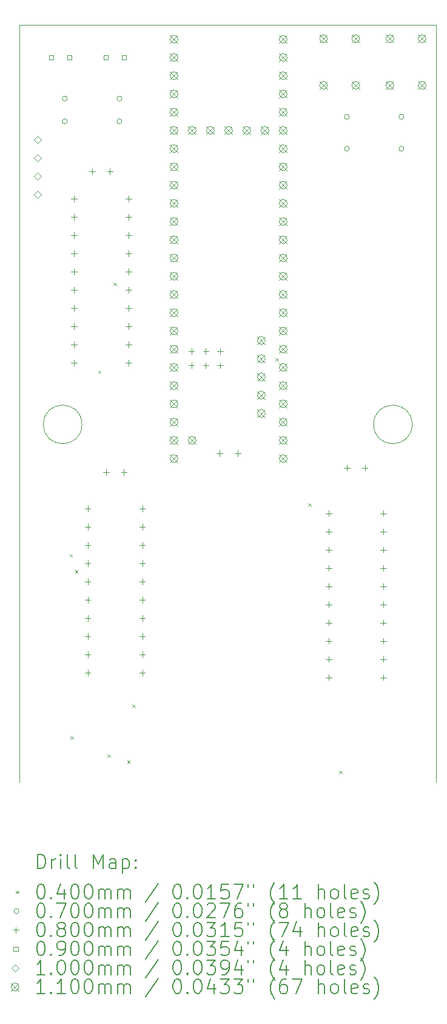
<source format=gbr>
%FSLAX45Y45*%
G04 Gerber Fmt 4.5, Leading zero omitted, Abs format (unit mm)*
G04 Created by KiCad (PCBNEW (6.0.6)) date 2023-01-06 14:08:37*
%MOMM*%
%LPD*%
G01*
G04 APERTURE LIST*
%TA.AperFunction,Profile*%
%ADD10C,0.100000*%
%TD*%
%ADD11C,0.200000*%
%ADD12C,0.040000*%
%ADD13C,0.070000*%
%ADD14C,0.080000*%
%ADD15C,0.090000*%
%ADD16C,0.100000*%
%ADD17C,0.110000*%
G04 APERTURE END LIST*
D10*
X14709140Y-18354000D02*
X14709140Y-7800000D01*
X9763696Y-13367000D02*
G75*
G03*
X9763696Y-13367000I-268830J0D01*
G01*
X8890000Y-7800000D02*
X14709140Y-7800000D01*
X14373104Y-13367000D02*
G75*
G03*
X14373104Y-13367000I-268830J0D01*
G01*
X8890000Y-18354000D02*
X8890000Y-7800000D01*
D11*
D12*
X9589640Y-15171480D02*
X9629640Y-15211480D01*
X9629640Y-15171480D02*
X9589640Y-15211480D01*
X9601710Y-17709070D02*
X9641710Y-17749070D01*
X9641710Y-17709070D02*
X9601710Y-17749070D01*
X9665960Y-15398640D02*
X9705960Y-15438640D01*
X9705960Y-15398640D02*
X9665960Y-15438640D01*
X9988450Y-12615940D02*
X10028450Y-12655940D01*
X10028450Y-12615940D02*
X9988450Y-12655940D01*
X10119820Y-17962470D02*
X10159820Y-18002470D01*
X10159820Y-17962470D02*
X10119820Y-18002470D01*
X10206040Y-11394380D02*
X10246040Y-11434380D01*
X10246040Y-11394380D02*
X10206040Y-11434380D01*
X10395560Y-18045350D02*
X10435560Y-18085350D01*
X10435560Y-18045350D02*
X10395560Y-18085350D01*
X10469380Y-17270130D02*
X10509380Y-17310130D01*
X10509380Y-17270130D02*
X10469380Y-17310130D01*
X12465300Y-12440300D02*
X12505300Y-12480300D01*
X12505300Y-12440300D02*
X12465300Y-12480300D01*
X12924100Y-14468340D02*
X12964100Y-14508340D01*
X12964100Y-14468340D02*
X12924100Y-14508340D01*
X13355030Y-18193520D02*
X13395030Y-18233520D01*
X13395030Y-18193520D02*
X13355030Y-18233520D01*
D13*
X9560000Y-8826500D02*
G75*
G03*
X9560000Y-8826500I-35000J0D01*
G01*
X9560000Y-9144000D02*
G75*
G03*
X9560000Y-9144000I-35000J0D01*
G01*
X10322000Y-8826500D02*
G75*
G03*
X10322000Y-8826500I-35000J0D01*
G01*
X10322000Y-9144000D02*
G75*
G03*
X10322000Y-9144000I-35000J0D01*
G01*
X13497000Y-9080500D02*
G75*
G03*
X13497000Y-9080500I-35000J0D01*
G01*
X13497000Y-9525000D02*
G75*
G03*
X13497000Y-9525000I-35000J0D01*
G01*
X14259000Y-9080500D02*
G75*
G03*
X14259000Y-9080500I-35000J0D01*
G01*
X14259000Y-9525000D02*
G75*
G03*
X14259000Y-9525000I-35000J0D01*
G01*
D14*
X9653000Y-10184000D02*
X9653000Y-10264000D01*
X9613000Y-10224000D02*
X9693000Y-10224000D01*
X9653000Y-10438000D02*
X9653000Y-10518000D01*
X9613000Y-10478000D02*
X9693000Y-10478000D01*
X9653000Y-10692000D02*
X9653000Y-10772000D01*
X9613000Y-10732000D02*
X9693000Y-10732000D01*
X9653000Y-10946000D02*
X9653000Y-11026000D01*
X9613000Y-10986000D02*
X9693000Y-10986000D01*
X9653000Y-11200000D02*
X9653000Y-11280000D01*
X9613000Y-11240000D02*
X9693000Y-11240000D01*
X9653000Y-11454000D02*
X9653000Y-11534000D01*
X9613000Y-11494000D02*
X9693000Y-11494000D01*
X9653000Y-11708000D02*
X9653000Y-11788000D01*
X9613000Y-11748000D02*
X9693000Y-11748000D01*
X9653000Y-11962000D02*
X9653000Y-12042000D01*
X9613000Y-12002000D02*
X9693000Y-12002000D01*
X9653000Y-12216000D02*
X9653000Y-12296000D01*
X9613000Y-12256000D02*
X9693000Y-12256000D01*
X9653000Y-12470000D02*
X9653000Y-12550000D01*
X9613000Y-12510000D02*
X9693000Y-12510000D01*
X9843500Y-14502000D02*
X9843500Y-14582000D01*
X9803500Y-14542000D02*
X9883500Y-14542000D01*
X9843500Y-14756000D02*
X9843500Y-14836000D01*
X9803500Y-14796000D02*
X9883500Y-14796000D01*
X9843500Y-15010000D02*
X9843500Y-15090000D01*
X9803500Y-15050000D02*
X9883500Y-15050000D01*
X9843500Y-15264000D02*
X9843500Y-15344000D01*
X9803500Y-15304000D02*
X9883500Y-15304000D01*
X9843500Y-15518000D02*
X9843500Y-15598000D01*
X9803500Y-15558000D02*
X9883500Y-15558000D01*
X9843500Y-15772000D02*
X9843500Y-15852000D01*
X9803500Y-15812000D02*
X9883500Y-15812000D01*
X9843500Y-16026000D02*
X9843500Y-16106000D01*
X9803500Y-16066000D02*
X9883500Y-16066000D01*
X9843500Y-16280000D02*
X9843500Y-16360000D01*
X9803500Y-16320000D02*
X9883500Y-16320000D01*
X9843500Y-16534000D02*
X9843500Y-16614000D01*
X9803500Y-16574000D02*
X9883500Y-16574000D01*
X9843500Y-16788000D02*
X9843500Y-16868000D01*
X9803500Y-16828000D02*
X9883500Y-16828000D01*
X9906000Y-9802500D02*
X9906000Y-9882500D01*
X9866000Y-9842500D02*
X9946000Y-9842500D01*
X10100500Y-13993500D02*
X10100500Y-14073500D01*
X10060500Y-14033500D02*
X10140500Y-14033500D01*
X10156000Y-9802500D02*
X10156000Y-9882500D01*
X10116000Y-9842500D02*
X10196000Y-9842500D01*
X10350500Y-13993500D02*
X10350500Y-14073500D01*
X10310500Y-14033500D02*
X10390500Y-14033500D01*
X10415000Y-10184000D02*
X10415000Y-10264000D01*
X10375000Y-10224000D02*
X10455000Y-10224000D01*
X10415000Y-10438000D02*
X10415000Y-10518000D01*
X10375000Y-10478000D02*
X10455000Y-10478000D01*
X10415000Y-10692000D02*
X10415000Y-10772000D01*
X10375000Y-10732000D02*
X10455000Y-10732000D01*
X10415000Y-10946000D02*
X10415000Y-11026000D01*
X10375000Y-10986000D02*
X10455000Y-10986000D01*
X10415000Y-11200000D02*
X10415000Y-11280000D01*
X10375000Y-11240000D02*
X10455000Y-11240000D01*
X10415000Y-11454000D02*
X10415000Y-11534000D01*
X10375000Y-11494000D02*
X10455000Y-11494000D01*
X10415000Y-11708000D02*
X10415000Y-11788000D01*
X10375000Y-11748000D02*
X10455000Y-11748000D01*
X10415000Y-11962000D02*
X10415000Y-12042000D01*
X10375000Y-12002000D02*
X10455000Y-12002000D01*
X10415000Y-12216000D02*
X10415000Y-12296000D01*
X10375000Y-12256000D02*
X10455000Y-12256000D01*
X10415000Y-12470000D02*
X10415000Y-12550000D01*
X10375000Y-12510000D02*
X10455000Y-12510000D01*
X10605500Y-14502000D02*
X10605500Y-14582000D01*
X10565500Y-14542000D02*
X10645500Y-14542000D01*
X10605500Y-14756000D02*
X10605500Y-14836000D01*
X10565500Y-14796000D02*
X10645500Y-14796000D01*
X10605500Y-15010000D02*
X10605500Y-15090000D01*
X10565500Y-15050000D02*
X10645500Y-15050000D01*
X10605500Y-15264000D02*
X10605500Y-15344000D01*
X10565500Y-15304000D02*
X10645500Y-15304000D01*
X10605500Y-15518000D02*
X10605500Y-15598000D01*
X10565500Y-15558000D02*
X10645500Y-15558000D01*
X10605500Y-15772000D02*
X10605500Y-15852000D01*
X10565500Y-15812000D02*
X10645500Y-15812000D01*
X10605500Y-16026000D02*
X10605500Y-16106000D01*
X10565500Y-16066000D02*
X10645500Y-16066000D01*
X10605500Y-16280000D02*
X10605500Y-16360000D01*
X10565500Y-16320000D02*
X10645500Y-16320000D01*
X10605500Y-16534000D02*
X10605500Y-16614000D01*
X10565500Y-16574000D02*
X10645500Y-16574000D01*
X10605500Y-16788000D02*
X10605500Y-16868000D01*
X10565500Y-16828000D02*
X10645500Y-16828000D01*
X11292840Y-12306000D02*
X11292840Y-12386000D01*
X11252840Y-12346000D02*
X11332840Y-12346000D01*
X11292840Y-12506000D02*
X11292840Y-12586000D01*
X11252840Y-12546000D02*
X11332840Y-12546000D01*
X11492840Y-12306000D02*
X11492840Y-12386000D01*
X11452840Y-12346000D02*
X11532840Y-12346000D01*
X11492840Y-12506000D02*
X11492840Y-12586000D01*
X11452840Y-12546000D02*
X11532840Y-12546000D01*
X11684000Y-13730000D02*
X11684000Y-13810000D01*
X11644000Y-13770000D02*
X11724000Y-13770000D01*
X11692840Y-12306000D02*
X11692840Y-12386000D01*
X11652840Y-12346000D02*
X11732840Y-12346000D01*
X11692840Y-12506000D02*
X11692840Y-12586000D01*
X11652840Y-12546000D02*
X11732840Y-12546000D01*
X11938000Y-13730000D02*
X11938000Y-13810000D01*
X11898000Y-13770000D02*
X11978000Y-13770000D01*
X13209000Y-14565500D02*
X13209000Y-14645500D01*
X13169000Y-14605500D02*
X13249000Y-14605500D01*
X13209000Y-14819500D02*
X13209000Y-14899500D01*
X13169000Y-14859500D02*
X13249000Y-14859500D01*
X13209000Y-15073500D02*
X13209000Y-15153500D01*
X13169000Y-15113500D02*
X13249000Y-15113500D01*
X13209000Y-15327500D02*
X13209000Y-15407500D01*
X13169000Y-15367500D02*
X13249000Y-15367500D01*
X13209000Y-15581500D02*
X13209000Y-15661500D01*
X13169000Y-15621500D02*
X13249000Y-15621500D01*
X13209000Y-15835500D02*
X13209000Y-15915500D01*
X13169000Y-15875500D02*
X13249000Y-15875500D01*
X13209000Y-16089500D02*
X13209000Y-16169500D01*
X13169000Y-16129500D02*
X13249000Y-16129500D01*
X13209000Y-16343500D02*
X13209000Y-16423500D01*
X13169000Y-16383500D02*
X13249000Y-16383500D01*
X13209000Y-16597500D02*
X13209000Y-16677500D01*
X13169000Y-16637500D02*
X13249000Y-16637500D01*
X13209000Y-16851500D02*
X13209000Y-16931500D01*
X13169000Y-16891500D02*
X13249000Y-16891500D01*
X13464000Y-13930000D02*
X13464000Y-14010000D01*
X13424000Y-13970000D02*
X13504000Y-13970000D01*
X13714000Y-13930000D02*
X13714000Y-14010000D01*
X13674000Y-13970000D02*
X13754000Y-13970000D01*
X13971000Y-14565500D02*
X13971000Y-14645500D01*
X13931000Y-14605500D02*
X14011000Y-14605500D01*
X13971000Y-14819500D02*
X13971000Y-14899500D01*
X13931000Y-14859500D02*
X14011000Y-14859500D01*
X13971000Y-15073500D02*
X13971000Y-15153500D01*
X13931000Y-15113500D02*
X14011000Y-15113500D01*
X13971000Y-15327500D02*
X13971000Y-15407500D01*
X13931000Y-15367500D02*
X14011000Y-15367500D01*
X13971000Y-15581500D02*
X13971000Y-15661500D01*
X13931000Y-15621500D02*
X14011000Y-15621500D01*
X13971000Y-15835500D02*
X13971000Y-15915500D01*
X13931000Y-15875500D02*
X14011000Y-15875500D01*
X13971000Y-16089500D02*
X13971000Y-16169500D01*
X13931000Y-16129500D02*
X14011000Y-16129500D01*
X13971000Y-16343500D02*
X13971000Y-16423500D01*
X13931000Y-16383500D02*
X14011000Y-16383500D01*
X13971000Y-16597500D02*
X13971000Y-16677500D01*
X13931000Y-16637500D02*
X14011000Y-16637500D01*
X13971000Y-16851500D02*
X13971000Y-16931500D01*
X13931000Y-16891500D02*
X14011000Y-16891500D01*
D15*
X9365820Y-8286820D02*
X9365820Y-8223180D01*
X9302180Y-8223180D01*
X9302180Y-8286820D01*
X9365820Y-8286820D01*
X9619820Y-8286820D02*
X9619820Y-8223180D01*
X9556180Y-8223180D01*
X9556180Y-8286820D01*
X9619820Y-8286820D01*
X10127820Y-8286820D02*
X10127820Y-8223180D01*
X10064180Y-8223180D01*
X10064180Y-8286820D01*
X10127820Y-8286820D01*
X10381820Y-8286820D02*
X10381820Y-8223180D01*
X10318180Y-8223180D01*
X10318180Y-8286820D01*
X10381820Y-8286820D01*
D16*
X9144000Y-9449000D02*
X9194000Y-9399000D01*
X9144000Y-9349000D01*
X9094000Y-9399000D01*
X9144000Y-9449000D01*
X9144000Y-9703000D02*
X9194000Y-9653000D01*
X9144000Y-9603000D01*
X9094000Y-9653000D01*
X9144000Y-9703000D01*
X9144000Y-9957000D02*
X9194000Y-9907000D01*
X9144000Y-9857000D01*
X9094000Y-9907000D01*
X9144000Y-9957000D01*
X9144000Y-10211000D02*
X9194000Y-10161000D01*
X9144000Y-10111000D01*
X9094000Y-10161000D01*
X9144000Y-10211000D01*
D17*
X10994000Y-7946000D02*
X11104000Y-8056000D01*
X11104000Y-7946000D02*
X10994000Y-8056000D01*
X11104000Y-8001000D02*
G75*
G03*
X11104000Y-8001000I-55000J0D01*
G01*
X10994000Y-8200000D02*
X11104000Y-8310000D01*
X11104000Y-8200000D02*
X10994000Y-8310000D01*
X11104000Y-8255000D02*
G75*
G03*
X11104000Y-8255000I-55000J0D01*
G01*
X10994000Y-8454000D02*
X11104000Y-8564000D01*
X11104000Y-8454000D02*
X10994000Y-8564000D01*
X11104000Y-8509000D02*
G75*
G03*
X11104000Y-8509000I-55000J0D01*
G01*
X10994000Y-8708000D02*
X11104000Y-8818000D01*
X11104000Y-8708000D02*
X10994000Y-8818000D01*
X11104000Y-8763000D02*
G75*
G03*
X11104000Y-8763000I-55000J0D01*
G01*
X10994000Y-8962000D02*
X11104000Y-9072000D01*
X11104000Y-8962000D02*
X10994000Y-9072000D01*
X11104000Y-9017000D02*
G75*
G03*
X11104000Y-9017000I-55000J0D01*
G01*
X10994000Y-9216000D02*
X11104000Y-9326000D01*
X11104000Y-9216000D02*
X10994000Y-9326000D01*
X11104000Y-9271000D02*
G75*
G03*
X11104000Y-9271000I-55000J0D01*
G01*
X10994000Y-9470000D02*
X11104000Y-9580000D01*
X11104000Y-9470000D02*
X10994000Y-9580000D01*
X11104000Y-9525000D02*
G75*
G03*
X11104000Y-9525000I-55000J0D01*
G01*
X10994000Y-9724000D02*
X11104000Y-9834000D01*
X11104000Y-9724000D02*
X10994000Y-9834000D01*
X11104000Y-9779000D02*
G75*
G03*
X11104000Y-9779000I-55000J0D01*
G01*
X10994000Y-9978000D02*
X11104000Y-10088000D01*
X11104000Y-9978000D02*
X10994000Y-10088000D01*
X11104000Y-10033000D02*
G75*
G03*
X11104000Y-10033000I-55000J0D01*
G01*
X10994000Y-10232000D02*
X11104000Y-10342000D01*
X11104000Y-10232000D02*
X10994000Y-10342000D01*
X11104000Y-10287000D02*
G75*
G03*
X11104000Y-10287000I-55000J0D01*
G01*
X10994000Y-10486000D02*
X11104000Y-10596000D01*
X11104000Y-10486000D02*
X10994000Y-10596000D01*
X11104000Y-10541000D02*
G75*
G03*
X11104000Y-10541000I-55000J0D01*
G01*
X10994000Y-10740000D02*
X11104000Y-10850000D01*
X11104000Y-10740000D02*
X10994000Y-10850000D01*
X11104000Y-10795000D02*
G75*
G03*
X11104000Y-10795000I-55000J0D01*
G01*
X10994000Y-10994000D02*
X11104000Y-11104000D01*
X11104000Y-10994000D02*
X10994000Y-11104000D01*
X11104000Y-11049000D02*
G75*
G03*
X11104000Y-11049000I-55000J0D01*
G01*
X10994000Y-11248000D02*
X11104000Y-11358000D01*
X11104000Y-11248000D02*
X10994000Y-11358000D01*
X11104000Y-11303000D02*
G75*
G03*
X11104000Y-11303000I-55000J0D01*
G01*
X10994000Y-11502000D02*
X11104000Y-11612000D01*
X11104000Y-11502000D02*
X10994000Y-11612000D01*
X11104000Y-11557000D02*
G75*
G03*
X11104000Y-11557000I-55000J0D01*
G01*
X10994000Y-11756000D02*
X11104000Y-11866000D01*
X11104000Y-11756000D02*
X10994000Y-11866000D01*
X11104000Y-11811000D02*
G75*
G03*
X11104000Y-11811000I-55000J0D01*
G01*
X10994000Y-12010000D02*
X11104000Y-12120000D01*
X11104000Y-12010000D02*
X10994000Y-12120000D01*
X11104000Y-12065000D02*
G75*
G03*
X11104000Y-12065000I-55000J0D01*
G01*
X10994000Y-12264000D02*
X11104000Y-12374000D01*
X11104000Y-12264000D02*
X10994000Y-12374000D01*
X11104000Y-12319000D02*
G75*
G03*
X11104000Y-12319000I-55000J0D01*
G01*
X10994000Y-12518000D02*
X11104000Y-12628000D01*
X11104000Y-12518000D02*
X10994000Y-12628000D01*
X11104000Y-12573000D02*
G75*
G03*
X11104000Y-12573000I-55000J0D01*
G01*
X10994000Y-12772000D02*
X11104000Y-12882000D01*
X11104000Y-12772000D02*
X10994000Y-12882000D01*
X11104000Y-12827000D02*
G75*
G03*
X11104000Y-12827000I-55000J0D01*
G01*
X10994000Y-13026000D02*
X11104000Y-13136000D01*
X11104000Y-13026000D02*
X10994000Y-13136000D01*
X11104000Y-13081000D02*
G75*
G03*
X11104000Y-13081000I-55000J0D01*
G01*
X10994000Y-13280000D02*
X11104000Y-13390000D01*
X11104000Y-13280000D02*
X10994000Y-13390000D01*
X11104000Y-13335000D02*
G75*
G03*
X11104000Y-13335000I-55000J0D01*
G01*
X10994000Y-13534000D02*
X11104000Y-13644000D01*
X11104000Y-13534000D02*
X10994000Y-13644000D01*
X11104000Y-13589000D02*
G75*
G03*
X11104000Y-13589000I-55000J0D01*
G01*
X10994000Y-13788000D02*
X11104000Y-13898000D01*
X11104000Y-13788000D02*
X10994000Y-13898000D01*
X11104000Y-13843000D02*
G75*
G03*
X11104000Y-13843000I-55000J0D01*
G01*
X11248000Y-9216000D02*
X11358000Y-9326000D01*
X11358000Y-9216000D02*
X11248000Y-9326000D01*
X11358000Y-9271000D02*
G75*
G03*
X11358000Y-9271000I-55000J0D01*
G01*
X11248000Y-13534000D02*
X11358000Y-13644000D01*
X11358000Y-13534000D02*
X11248000Y-13644000D01*
X11358000Y-13589000D02*
G75*
G03*
X11358000Y-13589000I-55000J0D01*
G01*
X11502000Y-9216000D02*
X11612000Y-9326000D01*
X11612000Y-9216000D02*
X11502000Y-9326000D01*
X11612000Y-9271000D02*
G75*
G03*
X11612000Y-9271000I-55000J0D01*
G01*
X11756000Y-9216000D02*
X11866000Y-9326000D01*
X11866000Y-9216000D02*
X11756000Y-9326000D01*
X11866000Y-9271000D02*
G75*
G03*
X11866000Y-9271000I-55000J0D01*
G01*
X12010000Y-9216000D02*
X12120000Y-9326000D01*
X12120000Y-9216000D02*
X12010000Y-9326000D01*
X12120000Y-9271000D02*
G75*
G03*
X12120000Y-9271000I-55000J0D01*
G01*
X12212920Y-12142080D02*
X12322920Y-12252080D01*
X12322920Y-12142080D02*
X12212920Y-12252080D01*
X12322920Y-12197080D02*
G75*
G03*
X12322920Y-12197080I-55000J0D01*
G01*
X12212920Y-12396080D02*
X12322920Y-12506080D01*
X12322920Y-12396080D02*
X12212920Y-12506080D01*
X12322920Y-12451080D02*
G75*
G03*
X12322920Y-12451080I-55000J0D01*
G01*
X12212920Y-12650080D02*
X12322920Y-12760080D01*
X12322920Y-12650080D02*
X12212920Y-12760080D01*
X12322920Y-12705080D02*
G75*
G03*
X12322920Y-12705080I-55000J0D01*
G01*
X12212920Y-12904080D02*
X12322920Y-13014080D01*
X12322920Y-12904080D02*
X12212920Y-13014080D01*
X12322920Y-12959080D02*
G75*
G03*
X12322920Y-12959080I-55000J0D01*
G01*
X12212920Y-13158080D02*
X12322920Y-13268080D01*
X12322920Y-13158080D02*
X12212920Y-13268080D01*
X12322920Y-13213080D02*
G75*
G03*
X12322920Y-13213080I-55000J0D01*
G01*
X12264000Y-9216000D02*
X12374000Y-9326000D01*
X12374000Y-9216000D02*
X12264000Y-9326000D01*
X12374000Y-9271000D02*
G75*
G03*
X12374000Y-9271000I-55000J0D01*
G01*
X12518000Y-7946000D02*
X12628000Y-8056000D01*
X12628000Y-7946000D02*
X12518000Y-8056000D01*
X12628000Y-8001000D02*
G75*
G03*
X12628000Y-8001000I-55000J0D01*
G01*
X12518000Y-8200000D02*
X12628000Y-8310000D01*
X12628000Y-8200000D02*
X12518000Y-8310000D01*
X12628000Y-8255000D02*
G75*
G03*
X12628000Y-8255000I-55000J0D01*
G01*
X12518000Y-8454000D02*
X12628000Y-8564000D01*
X12628000Y-8454000D02*
X12518000Y-8564000D01*
X12628000Y-8509000D02*
G75*
G03*
X12628000Y-8509000I-55000J0D01*
G01*
X12518000Y-8708000D02*
X12628000Y-8818000D01*
X12628000Y-8708000D02*
X12518000Y-8818000D01*
X12628000Y-8763000D02*
G75*
G03*
X12628000Y-8763000I-55000J0D01*
G01*
X12518000Y-8962000D02*
X12628000Y-9072000D01*
X12628000Y-8962000D02*
X12518000Y-9072000D01*
X12628000Y-9017000D02*
G75*
G03*
X12628000Y-9017000I-55000J0D01*
G01*
X12518000Y-9216000D02*
X12628000Y-9326000D01*
X12628000Y-9216000D02*
X12518000Y-9326000D01*
X12628000Y-9271000D02*
G75*
G03*
X12628000Y-9271000I-55000J0D01*
G01*
X12518000Y-9470000D02*
X12628000Y-9580000D01*
X12628000Y-9470000D02*
X12518000Y-9580000D01*
X12628000Y-9525000D02*
G75*
G03*
X12628000Y-9525000I-55000J0D01*
G01*
X12518000Y-9724000D02*
X12628000Y-9834000D01*
X12628000Y-9724000D02*
X12518000Y-9834000D01*
X12628000Y-9779000D02*
G75*
G03*
X12628000Y-9779000I-55000J0D01*
G01*
X12518000Y-9978000D02*
X12628000Y-10088000D01*
X12628000Y-9978000D02*
X12518000Y-10088000D01*
X12628000Y-10033000D02*
G75*
G03*
X12628000Y-10033000I-55000J0D01*
G01*
X12518000Y-10232000D02*
X12628000Y-10342000D01*
X12628000Y-10232000D02*
X12518000Y-10342000D01*
X12628000Y-10287000D02*
G75*
G03*
X12628000Y-10287000I-55000J0D01*
G01*
X12518000Y-10486000D02*
X12628000Y-10596000D01*
X12628000Y-10486000D02*
X12518000Y-10596000D01*
X12628000Y-10541000D02*
G75*
G03*
X12628000Y-10541000I-55000J0D01*
G01*
X12518000Y-10740000D02*
X12628000Y-10850000D01*
X12628000Y-10740000D02*
X12518000Y-10850000D01*
X12628000Y-10795000D02*
G75*
G03*
X12628000Y-10795000I-55000J0D01*
G01*
X12518000Y-10994000D02*
X12628000Y-11104000D01*
X12628000Y-10994000D02*
X12518000Y-11104000D01*
X12628000Y-11049000D02*
G75*
G03*
X12628000Y-11049000I-55000J0D01*
G01*
X12518000Y-11248000D02*
X12628000Y-11358000D01*
X12628000Y-11248000D02*
X12518000Y-11358000D01*
X12628000Y-11303000D02*
G75*
G03*
X12628000Y-11303000I-55000J0D01*
G01*
X12518000Y-11502000D02*
X12628000Y-11612000D01*
X12628000Y-11502000D02*
X12518000Y-11612000D01*
X12628000Y-11557000D02*
G75*
G03*
X12628000Y-11557000I-55000J0D01*
G01*
X12518000Y-11756000D02*
X12628000Y-11866000D01*
X12628000Y-11756000D02*
X12518000Y-11866000D01*
X12628000Y-11811000D02*
G75*
G03*
X12628000Y-11811000I-55000J0D01*
G01*
X12518000Y-12010000D02*
X12628000Y-12120000D01*
X12628000Y-12010000D02*
X12518000Y-12120000D01*
X12628000Y-12065000D02*
G75*
G03*
X12628000Y-12065000I-55000J0D01*
G01*
X12518000Y-12264000D02*
X12628000Y-12374000D01*
X12628000Y-12264000D02*
X12518000Y-12374000D01*
X12628000Y-12319000D02*
G75*
G03*
X12628000Y-12319000I-55000J0D01*
G01*
X12518000Y-12518000D02*
X12628000Y-12628000D01*
X12628000Y-12518000D02*
X12518000Y-12628000D01*
X12628000Y-12573000D02*
G75*
G03*
X12628000Y-12573000I-55000J0D01*
G01*
X12518000Y-12772000D02*
X12628000Y-12882000D01*
X12628000Y-12772000D02*
X12518000Y-12882000D01*
X12628000Y-12827000D02*
G75*
G03*
X12628000Y-12827000I-55000J0D01*
G01*
X12518000Y-13026000D02*
X12628000Y-13136000D01*
X12628000Y-13026000D02*
X12518000Y-13136000D01*
X12628000Y-13081000D02*
G75*
G03*
X12628000Y-13081000I-55000J0D01*
G01*
X12518000Y-13280000D02*
X12628000Y-13390000D01*
X12628000Y-13280000D02*
X12518000Y-13390000D01*
X12628000Y-13335000D02*
G75*
G03*
X12628000Y-13335000I-55000J0D01*
G01*
X12518000Y-13534000D02*
X12628000Y-13644000D01*
X12628000Y-13534000D02*
X12518000Y-13644000D01*
X12628000Y-13589000D02*
G75*
G03*
X12628000Y-13589000I-55000J0D01*
G01*
X12518000Y-13788000D02*
X12628000Y-13898000D01*
X12628000Y-13788000D02*
X12518000Y-13898000D01*
X12628000Y-13843000D02*
G75*
G03*
X12628000Y-13843000I-55000J0D01*
G01*
X13081000Y-7938500D02*
X13191000Y-8048500D01*
X13191000Y-7938500D02*
X13081000Y-8048500D01*
X13191000Y-7993500D02*
G75*
G03*
X13191000Y-7993500I-55000J0D01*
G01*
X13081000Y-8588500D02*
X13191000Y-8698500D01*
X13191000Y-8588500D02*
X13081000Y-8698500D01*
X13191000Y-8643500D02*
G75*
G03*
X13191000Y-8643500I-55000J0D01*
G01*
X13531000Y-7938500D02*
X13641000Y-8048500D01*
X13641000Y-7938500D02*
X13531000Y-8048500D01*
X13641000Y-7993500D02*
G75*
G03*
X13641000Y-7993500I-55000J0D01*
G01*
X13531000Y-8588500D02*
X13641000Y-8698500D01*
X13641000Y-8588500D02*
X13531000Y-8698500D01*
X13641000Y-8643500D02*
G75*
G03*
X13641000Y-8643500I-55000J0D01*
G01*
X14007500Y-7938500D02*
X14117500Y-8048500D01*
X14117500Y-7938500D02*
X14007500Y-8048500D01*
X14117500Y-7993500D02*
G75*
G03*
X14117500Y-7993500I-55000J0D01*
G01*
X14007500Y-8588500D02*
X14117500Y-8698500D01*
X14117500Y-8588500D02*
X14007500Y-8698500D01*
X14117500Y-8643500D02*
G75*
G03*
X14117500Y-8643500I-55000J0D01*
G01*
X14457500Y-7938500D02*
X14567500Y-8048500D01*
X14567500Y-7938500D02*
X14457500Y-8048500D01*
X14567500Y-7993500D02*
G75*
G03*
X14567500Y-7993500I-55000J0D01*
G01*
X14457500Y-8588500D02*
X14567500Y-8698500D01*
X14567500Y-8588500D02*
X14457500Y-8698500D01*
X14567500Y-8643500D02*
G75*
G03*
X14567500Y-8643500I-55000J0D01*
G01*
D11*
X9141619Y-19554476D02*
X9141619Y-19354476D01*
X9189238Y-19354476D01*
X9217810Y-19364000D01*
X9236857Y-19383048D01*
X9246381Y-19402095D01*
X9255905Y-19440190D01*
X9255905Y-19468762D01*
X9246381Y-19506857D01*
X9236857Y-19525905D01*
X9217810Y-19544952D01*
X9189238Y-19554476D01*
X9141619Y-19554476D01*
X9341619Y-19554476D02*
X9341619Y-19421143D01*
X9341619Y-19459238D02*
X9351143Y-19440190D01*
X9360667Y-19430667D01*
X9379714Y-19421143D01*
X9398762Y-19421143D01*
X9465429Y-19554476D02*
X9465429Y-19421143D01*
X9465429Y-19354476D02*
X9455905Y-19364000D01*
X9465429Y-19373524D01*
X9474952Y-19364000D01*
X9465429Y-19354476D01*
X9465429Y-19373524D01*
X9589238Y-19554476D02*
X9570190Y-19544952D01*
X9560667Y-19525905D01*
X9560667Y-19354476D01*
X9694000Y-19554476D02*
X9674952Y-19544952D01*
X9665429Y-19525905D01*
X9665429Y-19354476D01*
X9922571Y-19554476D02*
X9922571Y-19354476D01*
X9989238Y-19497333D01*
X10055905Y-19354476D01*
X10055905Y-19554476D01*
X10236857Y-19554476D02*
X10236857Y-19449714D01*
X10227333Y-19430667D01*
X10208286Y-19421143D01*
X10170190Y-19421143D01*
X10151143Y-19430667D01*
X10236857Y-19544952D02*
X10217810Y-19554476D01*
X10170190Y-19554476D01*
X10151143Y-19544952D01*
X10141619Y-19525905D01*
X10141619Y-19506857D01*
X10151143Y-19487810D01*
X10170190Y-19478286D01*
X10217810Y-19478286D01*
X10236857Y-19468762D01*
X10332095Y-19421143D02*
X10332095Y-19621143D01*
X10332095Y-19430667D02*
X10351143Y-19421143D01*
X10389238Y-19421143D01*
X10408286Y-19430667D01*
X10417810Y-19440190D01*
X10427333Y-19459238D01*
X10427333Y-19516381D01*
X10417810Y-19535429D01*
X10408286Y-19544952D01*
X10389238Y-19554476D01*
X10351143Y-19554476D01*
X10332095Y-19544952D01*
X10513048Y-19535429D02*
X10522571Y-19544952D01*
X10513048Y-19554476D01*
X10503524Y-19544952D01*
X10513048Y-19535429D01*
X10513048Y-19554476D01*
X10513048Y-19430667D02*
X10522571Y-19440190D01*
X10513048Y-19449714D01*
X10503524Y-19440190D01*
X10513048Y-19430667D01*
X10513048Y-19449714D01*
D12*
X8844000Y-19864000D02*
X8884000Y-19904000D01*
X8884000Y-19864000D02*
X8844000Y-19904000D01*
D11*
X9179714Y-19774476D02*
X9198762Y-19774476D01*
X9217810Y-19784000D01*
X9227333Y-19793524D01*
X9236857Y-19812571D01*
X9246381Y-19850667D01*
X9246381Y-19898286D01*
X9236857Y-19936381D01*
X9227333Y-19955429D01*
X9217810Y-19964952D01*
X9198762Y-19974476D01*
X9179714Y-19974476D01*
X9160667Y-19964952D01*
X9151143Y-19955429D01*
X9141619Y-19936381D01*
X9132095Y-19898286D01*
X9132095Y-19850667D01*
X9141619Y-19812571D01*
X9151143Y-19793524D01*
X9160667Y-19784000D01*
X9179714Y-19774476D01*
X9332095Y-19955429D02*
X9341619Y-19964952D01*
X9332095Y-19974476D01*
X9322571Y-19964952D01*
X9332095Y-19955429D01*
X9332095Y-19974476D01*
X9513048Y-19841143D02*
X9513048Y-19974476D01*
X9465429Y-19764952D02*
X9417810Y-19907810D01*
X9541619Y-19907810D01*
X9655905Y-19774476D02*
X9674952Y-19774476D01*
X9694000Y-19784000D01*
X9703524Y-19793524D01*
X9713048Y-19812571D01*
X9722571Y-19850667D01*
X9722571Y-19898286D01*
X9713048Y-19936381D01*
X9703524Y-19955429D01*
X9694000Y-19964952D01*
X9674952Y-19974476D01*
X9655905Y-19974476D01*
X9636857Y-19964952D01*
X9627333Y-19955429D01*
X9617810Y-19936381D01*
X9608286Y-19898286D01*
X9608286Y-19850667D01*
X9617810Y-19812571D01*
X9627333Y-19793524D01*
X9636857Y-19784000D01*
X9655905Y-19774476D01*
X9846381Y-19774476D02*
X9865429Y-19774476D01*
X9884476Y-19784000D01*
X9894000Y-19793524D01*
X9903524Y-19812571D01*
X9913048Y-19850667D01*
X9913048Y-19898286D01*
X9903524Y-19936381D01*
X9894000Y-19955429D01*
X9884476Y-19964952D01*
X9865429Y-19974476D01*
X9846381Y-19974476D01*
X9827333Y-19964952D01*
X9817810Y-19955429D01*
X9808286Y-19936381D01*
X9798762Y-19898286D01*
X9798762Y-19850667D01*
X9808286Y-19812571D01*
X9817810Y-19793524D01*
X9827333Y-19784000D01*
X9846381Y-19774476D01*
X9998762Y-19974476D02*
X9998762Y-19841143D01*
X9998762Y-19860190D02*
X10008286Y-19850667D01*
X10027333Y-19841143D01*
X10055905Y-19841143D01*
X10074952Y-19850667D01*
X10084476Y-19869714D01*
X10084476Y-19974476D01*
X10084476Y-19869714D02*
X10094000Y-19850667D01*
X10113048Y-19841143D01*
X10141619Y-19841143D01*
X10160667Y-19850667D01*
X10170190Y-19869714D01*
X10170190Y-19974476D01*
X10265429Y-19974476D02*
X10265429Y-19841143D01*
X10265429Y-19860190D02*
X10274952Y-19850667D01*
X10294000Y-19841143D01*
X10322571Y-19841143D01*
X10341619Y-19850667D01*
X10351143Y-19869714D01*
X10351143Y-19974476D01*
X10351143Y-19869714D02*
X10360667Y-19850667D01*
X10379714Y-19841143D01*
X10408286Y-19841143D01*
X10427333Y-19850667D01*
X10436857Y-19869714D01*
X10436857Y-19974476D01*
X10827333Y-19764952D02*
X10655905Y-20022095D01*
X11084476Y-19774476D02*
X11103524Y-19774476D01*
X11122571Y-19784000D01*
X11132095Y-19793524D01*
X11141619Y-19812571D01*
X11151143Y-19850667D01*
X11151143Y-19898286D01*
X11141619Y-19936381D01*
X11132095Y-19955429D01*
X11122571Y-19964952D01*
X11103524Y-19974476D01*
X11084476Y-19974476D01*
X11065429Y-19964952D01*
X11055905Y-19955429D01*
X11046381Y-19936381D01*
X11036857Y-19898286D01*
X11036857Y-19850667D01*
X11046381Y-19812571D01*
X11055905Y-19793524D01*
X11065429Y-19784000D01*
X11084476Y-19774476D01*
X11236857Y-19955429D02*
X11246381Y-19964952D01*
X11236857Y-19974476D01*
X11227333Y-19964952D01*
X11236857Y-19955429D01*
X11236857Y-19974476D01*
X11370190Y-19774476D02*
X11389238Y-19774476D01*
X11408286Y-19784000D01*
X11417809Y-19793524D01*
X11427333Y-19812571D01*
X11436857Y-19850667D01*
X11436857Y-19898286D01*
X11427333Y-19936381D01*
X11417809Y-19955429D01*
X11408286Y-19964952D01*
X11389238Y-19974476D01*
X11370190Y-19974476D01*
X11351143Y-19964952D01*
X11341619Y-19955429D01*
X11332095Y-19936381D01*
X11322571Y-19898286D01*
X11322571Y-19850667D01*
X11332095Y-19812571D01*
X11341619Y-19793524D01*
X11351143Y-19784000D01*
X11370190Y-19774476D01*
X11627333Y-19974476D02*
X11513048Y-19974476D01*
X11570190Y-19974476D02*
X11570190Y-19774476D01*
X11551143Y-19803048D01*
X11532095Y-19822095D01*
X11513048Y-19831619D01*
X11808286Y-19774476D02*
X11713048Y-19774476D01*
X11703524Y-19869714D01*
X11713048Y-19860190D01*
X11732095Y-19850667D01*
X11779714Y-19850667D01*
X11798762Y-19860190D01*
X11808286Y-19869714D01*
X11817809Y-19888762D01*
X11817809Y-19936381D01*
X11808286Y-19955429D01*
X11798762Y-19964952D01*
X11779714Y-19974476D01*
X11732095Y-19974476D01*
X11713048Y-19964952D01*
X11703524Y-19955429D01*
X11884476Y-19774476D02*
X12017809Y-19774476D01*
X11932095Y-19974476D01*
X12084476Y-19774476D02*
X12084476Y-19812571D01*
X12160667Y-19774476D02*
X12160667Y-19812571D01*
X12455905Y-20050667D02*
X12446381Y-20041143D01*
X12427333Y-20012571D01*
X12417809Y-19993524D01*
X12408286Y-19964952D01*
X12398762Y-19917333D01*
X12398762Y-19879238D01*
X12408286Y-19831619D01*
X12417809Y-19803048D01*
X12427333Y-19784000D01*
X12446381Y-19755429D01*
X12455905Y-19745905D01*
X12636857Y-19974476D02*
X12522571Y-19974476D01*
X12579714Y-19974476D02*
X12579714Y-19774476D01*
X12560667Y-19803048D01*
X12541619Y-19822095D01*
X12522571Y-19831619D01*
X12827333Y-19974476D02*
X12713048Y-19974476D01*
X12770190Y-19974476D02*
X12770190Y-19774476D01*
X12751143Y-19803048D01*
X12732095Y-19822095D01*
X12713048Y-19831619D01*
X13065428Y-19974476D02*
X13065428Y-19774476D01*
X13151143Y-19974476D02*
X13151143Y-19869714D01*
X13141619Y-19850667D01*
X13122571Y-19841143D01*
X13094000Y-19841143D01*
X13074952Y-19850667D01*
X13065428Y-19860190D01*
X13274952Y-19974476D02*
X13255905Y-19964952D01*
X13246381Y-19955429D01*
X13236857Y-19936381D01*
X13236857Y-19879238D01*
X13246381Y-19860190D01*
X13255905Y-19850667D01*
X13274952Y-19841143D01*
X13303524Y-19841143D01*
X13322571Y-19850667D01*
X13332095Y-19860190D01*
X13341619Y-19879238D01*
X13341619Y-19936381D01*
X13332095Y-19955429D01*
X13322571Y-19964952D01*
X13303524Y-19974476D01*
X13274952Y-19974476D01*
X13455905Y-19974476D02*
X13436857Y-19964952D01*
X13427333Y-19945905D01*
X13427333Y-19774476D01*
X13608286Y-19964952D02*
X13589238Y-19974476D01*
X13551143Y-19974476D01*
X13532095Y-19964952D01*
X13522571Y-19945905D01*
X13522571Y-19869714D01*
X13532095Y-19850667D01*
X13551143Y-19841143D01*
X13589238Y-19841143D01*
X13608286Y-19850667D01*
X13617809Y-19869714D01*
X13617809Y-19888762D01*
X13522571Y-19907810D01*
X13694000Y-19964952D02*
X13713048Y-19974476D01*
X13751143Y-19974476D01*
X13770190Y-19964952D01*
X13779714Y-19945905D01*
X13779714Y-19936381D01*
X13770190Y-19917333D01*
X13751143Y-19907810D01*
X13722571Y-19907810D01*
X13703524Y-19898286D01*
X13694000Y-19879238D01*
X13694000Y-19869714D01*
X13703524Y-19850667D01*
X13722571Y-19841143D01*
X13751143Y-19841143D01*
X13770190Y-19850667D01*
X13846381Y-20050667D02*
X13855905Y-20041143D01*
X13874952Y-20012571D01*
X13884476Y-19993524D01*
X13894000Y-19964952D01*
X13903524Y-19917333D01*
X13903524Y-19879238D01*
X13894000Y-19831619D01*
X13884476Y-19803048D01*
X13874952Y-19784000D01*
X13855905Y-19755429D01*
X13846381Y-19745905D01*
D13*
X8884000Y-20148000D02*
G75*
G03*
X8884000Y-20148000I-35000J0D01*
G01*
D11*
X9179714Y-20038476D02*
X9198762Y-20038476D01*
X9217810Y-20048000D01*
X9227333Y-20057524D01*
X9236857Y-20076571D01*
X9246381Y-20114667D01*
X9246381Y-20162286D01*
X9236857Y-20200381D01*
X9227333Y-20219429D01*
X9217810Y-20228952D01*
X9198762Y-20238476D01*
X9179714Y-20238476D01*
X9160667Y-20228952D01*
X9151143Y-20219429D01*
X9141619Y-20200381D01*
X9132095Y-20162286D01*
X9132095Y-20114667D01*
X9141619Y-20076571D01*
X9151143Y-20057524D01*
X9160667Y-20048000D01*
X9179714Y-20038476D01*
X9332095Y-20219429D02*
X9341619Y-20228952D01*
X9332095Y-20238476D01*
X9322571Y-20228952D01*
X9332095Y-20219429D01*
X9332095Y-20238476D01*
X9408286Y-20038476D02*
X9541619Y-20038476D01*
X9455905Y-20238476D01*
X9655905Y-20038476D02*
X9674952Y-20038476D01*
X9694000Y-20048000D01*
X9703524Y-20057524D01*
X9713048Y-20076571D01*
X9722571Y-20114667D01*
X9722571Y-20162286D01*
X9713048Y-20200381D01*
X9703524Y-20219429D01*
X9694000Y-20228952D01*
X9674952Y-20238476D01*
X9655905Y-20238476D01*
X9636857Y-20228952D01*
X9627333Y-20219429D01*
X9617810Y-20200381D01*
X9608286Y-20162286D01*
X9608286Y-20114667D01*
X9617810Y-20076571D01*
X9627333Y-20057524D01*
X9636857Y-20048000D01*
X9655905Y-20038476D01*
X9846381Y-20038476D02*
X9865429Y-20038476D01*
X9884476Y-20048000D01*
X9894000Y-20057524D01*
X9903524Y-20076571D01*
X9913048Y-20114667D01*
X9913048Y-20162286D01*
X9903524Y-20200381D01*
X9894000Y-20219429D01*
X9884476Y-20228952D01*
X9865429Y-20238476D01*
X9846381Y-20238476D01*
X9827333Y-20228952D01*
X9817810Y-20219429D01*
X9808286Y-20200381D01*
X9798762Y-20162286D01*
X9798762Y-20114667D01*
X9808286Y-20076571D01*
X9817810Y-20057524D01*
X9827333Y-20048000D01*
X9846381Y-20038476D01*
X9998762Y-20238476D02*
X9998762Y-20105143D01*
X9998762Y-20124190D02*
X10008286Y-20114667D01*
X10027333Y-20105143D01*
X10055905Y-20105143D01*
X10074952Y-20114667D01*
X10084476Y-20133714D01*
X10084476Y-20238476D01*
X10084476Y-20133714D02*
X10094000Y-20114667D01*
X10113048Y-20105143D01*
X10141619Y-20105143D01*
X10160667Y-20114667D01*
X10170190Y-20133714D01*
X10170190Y-20238476D01*
X10265429Y-20238476D02*
X10265429Y-20105143D01*
X10265429Y-20124190D02*
X10274952Y-20114667D01*
X10294000Y-20105143D01*
X10322571Y-20105143D01*
X10341619Y-20114667D01*
X10351143Y-20133714D01*
X10351143Y-20238476D01*
X10351143Y-20133714D02*
X10360667Y-20114667D01*
X10379714Y-20105143D01*
X10408286Y-20105143D01*
X10427333Y-20114667D01*
X10436857Y-20133714D01*
X10436857Y-20238476D01*
X10827333Y-20028952D02*
X10655905Y-20286095D01*
X11084476Y-20038476D02*
X11103524Y-20038476D01*
X11122571Y-20048000D01*
X11132095Y-20057524D01*
X11141619Y-20076571D01*
X11151143Y-20114667D01*
X11151143Y-20162286D01*
X11141619Y-20200381D01*
X11132095Y-20219429D01*
X11122571Y-20228952D01*
X11103524Y-20238476D01*
X11084476Y-20238476D01*
X11065429Y-20228952D01*
X11055905Y-20219429D01*
X11046381Y-20200381D01*
X11036857Y-20162286D01*
X11036857Y-20114667D01*
X11046381Y-20076571D01*
X11055905Y-20057524D01*
X11065429Y-20048000D01*
X11084476Y-20038476D01*
X11236857Y-20219429D02*
X11246381Y-20228952D01*
X11236857Y-20238476D01*
X11227333Y-20228952D01*
X11236857Y-20219429D01*
X11236857Y-20238476D01*
X11370190Y-20038476D02*
X11389238Y-20038476D01*
X11408286Y-20048000D01*
X11417809Y-20057524D01*
X11427333Y-20076571D01*
X11436857Y-20114667D01*
X11436857Y-20162286D01*
X11427333Y-20200381D01*
X11417809Y-20219429D01*
X11408286Y-20228952D01*
X11389238Y-20238476D01*
X11370190Y-20238476D01*
X11351143Y-20228952D01*
X11341619Y-20219429D01*
X11332095Y-20200381D01*
X11322571Y-20162286D01*
X11322571Y-20114667D01*
X11332095Y-20076571D01*
X11341619Y-20057524D01*
X11351143Y-20048000D01*
X11370190Y-20038476D01*
X11513048Y-20057524D02*
X11522571Y-20048000D01*
X11541619Y-20038476D01*
X11589238Y-20038476D01*
X11608286Y-20048000D01*
X11617809Y-20057524D01*
X11627333Y-20076571D01*
X11627333Y-20095619D01*
X11617809Y-20124190D01*
X11503524Y-20238476D01*
X11627333Y-20238476D01*
X11694000Y-20038476D02*
X11827333Y-20038476D01*
X11741619Y-20238476D01*
X11989238Y-20038476D02*
X11951143Y-20038476D01*
X11932095Y-20048000D01*
X11922571Y-20057524D01*
X11903524Y-20086095D01*
X11894000Y-20124190D01*
X11894000Y-20200381D01*
X11903524Y-20219429D01*
X11913048Y-20228952D01*
X11932095Y-20238476D01*
X11970190Y-20238476D01*
X11989238Y-20228952D01*
X11998762Y-20219429D01*
X12008286Y-20200381D01*
X12008286Y-20152762D01*
X11998762Y-20133714D01*
X11989238Y-20124190D01*
X11970190Y-20114667D01*
X11932095Y-20114667D01*
X11913048Y-20124190D01*
X11903524Y-20133714D01*
X11894000Y-20152762D01*
X12084476Y-20038476D02*
X12084476Y-20076571D01*
X12160667Y-20038476D02*
X12160667Y-20076571D01*
X12455905Y-20314667D02*
X12446381Y-20305143D01*
X12427333Y-20276571D01*
X12417809Y-20257524D01*
X12408286Y-20228952D01*
X12398762Y-20181333D01*
X12398762Y-20143238D01*
X12408286Y-20095619D01*
X12417809Y-20067048D01*
X12427333Y-20048000D01*
X12446381Y-20019429D01*
X12455905Y-20009905D01*
X12560667Y-20124190D02*
X12541619Y-20114667D01*
X12532095Y-20105143D01*
X12522571Y-20086095D01*
X12522571Y-20076571D01*
X12532095Y-20057524D01*
X12541619Y-20048000D01*
X12560667Y-20038476D01*
X12598762Y-20038476D01*
X12617809Y-20048000D01*
X12627333Y-20057524D01*
X12636857Y-20076571D01*
X12636857Y-20086095D01*
X12627333Y-20105143D01*
X12617809Y-20114667D01*
X12598762Y-20124190D01*
X12560667Y-20124190D01*
X12541619Y-20133714D01*
X12532095Y-20143238D01*
X12522571Y-20162286D01*
X12522571Y-20200381D01*
X12532095Y-20219429D01*
X12541619Y-20228952D01*
X12560667Y-20238476D01*
X12598762Y-20238476D01*
X12617809Y-20228952D01*
X12627333Y-20219429D01*
X12636857Y-20200381D01*
X12636857Y-20162286D01*
X12627333Y-20143238D01*
X12617809Y-20133714D01*
X12598762Y-20124190D01*
X12874952Y-20238476D02*
X12874952Y-20038476D01*
X12960667Y-20238476D02*
X12960667Y-20133714D01*
X12951143Y-20114667D01*
X12932095Y-20105143D01*
X12903524Y-20105143D01*
X12884476Y-20114667D01*
X12874952Y-20124190D01*
X13084476Y-20238476D02*
X13065428Y-20228952D01*
X13055905Y-20219429D01*
X13046381Y-20200381D01*
X13046381Y-20143238D01*
X13055905Y-20124190D01*
X13065428Y-20114667D01*
X13084476Y-20105143D01*
X13113048Y-20105143D01*
X13132095Y-20114667D01*
X13141619Y-20124190D01*
X13151143Y-20143238D01*
X13151143Y-20200381D01*
X13141619Y-20219429D01*
X13132095Y-20228952D01*
X13113048Y-20238476D01*
X13084476Y-20238476D01*
X13265428Y-20238476D02*
X13246381Y-20228952D01*
X13236857Y-20209905D01*
X13236857Y-20038476D01*
X13417809Y-20228952D02*
X13398762Y-20238476D01*
X13360667Y-20238476D01*
X13341619Y-20228952D01*
X13332095Y-20209905D01*
X13332095Y-20133714D01*
X13341619Y-20114667D01*
X13360667Y-20105143D01*
X13398762Y-20105143D01*
X13417809Y-20114667D01*
X13427333Y-20133714D01*
X13427333Y-20152762D01*
X13332095Y-20171810D01*
X13503524Y-20228952D02*
X13522571Y-20238476D01*
X13560667Y-20238476D01*
X13579714Y-20228952D01*
X13589238Y-20209905D01*
X13589238Y-20200381D01*
X13579714Y-20181333D01*
X13560667Y-20171810D01*
X13532095Y-20171810D01*
X13513048Y-20162286D01*
X13503524Y-20143238D01*
X13503524Y-20133714D01*
X13513048Y-20114667D01*
X13532095Y-20105143D01*
X13560667Y-20105143D01*
X13579714Y-20114667D01*
X13655905Y-20314667D02*
X13665428Y-20305143D01*
X13684476Y-20276571D01*
X13694000Y-20257524D01*
X13703524Y-20228952D01*
X13713048Y-20181333D01*
X13713048Y-20143238D01*
X13703524Y-20095619D01*
X13694000Y-20067048D01*
X13684476Y-20048000D01*
X13665428Y-20019429D01*
X13655905Y-20009905D01*
D14*
X8844000Y-20372000D02*
X8844000Y-20452000D01*
X8804000Y-20412000D02*
X8884000Y-20412000D01*
D11*
X9179714Y-20302476D02*
X9198762Y-20302476D01*
X9217810Y-20312000D01*
X9227333Y-20321524D01*
X9236857Y-20340571D01*
X9246381Y-20378667D01*
X9246381Y-20426286D01*
X9236857Y-20464381D01*
X9227333Y-20483429D01*
X9217810Y-20492952D01*
X9198762Y-20502476D01*
X9179714Y-20502476D01*
X9160667Y-20492952D01*
X9151143Y-20483429D01*
X9141619Y-20464381D01*
X9132095Y-20426286D01*
X9132095Y-20378667D01*
X9141619Y-20340571D01*
X9151143Y-20321524D01*
X9160667Y-20312000D01*
X9179714Y-20302476D01*
X9332095Y-20483429D02*
X9341619Y-20492952D01*
X9332095Y-20502476D01*
X9322571Y-20492952D01*
X9332095Y-20483429D01*
X9332095Y-20502476D01*
X9455905Y-20388190D02*
X9436857Y-20378667D01*
X9427333Y-20369143D01*
X9417810Y-20350095D01*
X9417810Y-20340571D01*
X9427333Y-20321524D01*
X9436857Y-20312000D01*
X9455905Y-20302476D01*
X9494000Y-20302476D01*
X9513048Y-20312000D01*
X9522571Y-20321524D01*
X9532095Y-20340571D01*
X9532095Y-20350095D01*
X9522571Y-20369143D01*
X9513048Y-20378667D01*
X9494000Y-20388190D01*
X9455905Y-20388190D01*
X9436857Y-20397714D01*
X9427333Y-20407238D01*
X9417810Y-20426286D01*
X9417810Y-20464381D01*
X9427333Y-20483429D01*
X9436857Y-20492952D01*
X9455905Y-20502476D01*
X9494000Y-20502476D01*
X9513048Y-20492952D01*
X9522571Y-20483429D01*
X9532095Y-20464381D01*
X9532095Y-20426286D01*
X9522571Y-20407238D01*
X9513048Y-20397714D01*
X9494000Y-20388190D01*
X9655905Y-20302476D02*
X9674952Y-20302476D01*
X9694000Y-20312000D01*
X9703524Y-20321524D01*
X9713048Y-20340571D01*
X9722571Y-20378667D01*
X9722571Y-20426286D01*
X9713048Y-20464381D01*
X9703524Y-20483429D01*
X9694000Y-20492952D01*
X9674952Y-20502476D01*
X9655905Y-20502476D01*
X9636857Y-20492952D01*
X9627333Y-20483429D01*
X9617810Y-20464381D01*
X9608286Y-20426286D01*
X9608286Y-20378667D01*
X9617810Y-20340571D01*
X9627333Y-20321524D01*
X9636857Y-20312000D01*
X9655905Y-20302476D01*
X9846381Y-20302476D02*
X9865429Y-20302476D01*
X9884476Y-20312000D01*
X9894000Y-20321524D01*
X9903524Y-20340571D01*
X9913048Y-20378667D01*
X9913048Y-20426286D01*
X9903524Y-20464381D01*
X9894000Y-20483429D01*
X9884476Y-20492952D01*
X9865429Y-20502476D01*
X9846381Y-20502476D01*
X9827333Y-20492952D01*
X9817810Y-20483429D01*
X9808286Y-20464381D01*
X9798762Y-20426286D01*
X9798762Y-20378667D01*
X9808286Y-20340571D01*
X9817810Y-20321524D01*
X9827333Y-20312000D01*
X9846381Y-20302476D01*
X9998762Y-20502476D02*
X9998762Y-20369143D01*
X9998762Y-20388190D02*
X10008286Y-20378667D01*
X10027333Y-20369143D01*
X10055905Y-20369143D01*
X10074952Y-20378667D01*
X10084476Y-20397714D01*
X10084476Y-20502476D01*
X10084476Y-20397714D02*
X10094000Y-20378667D01*
X10113048Y-20369143D01*
X10141619Y-20369143D01*
X10160667Y-20378667D01*
X10170190Y-20397714D01*
X10170190Y-20502476D01*
X10265429Y-20502476D02*
X10265429Y-20369143D01*
X10265429Y-20388190D02*
X10274952Y-20378667D01*
X10294000Y-20369143D01*
X10322571Y-20369143D01*
X10341619Y-20378667D01*
X10351143Y-20397714D01*
X10351143Y-20502476D01*
X10351143Y-20397714D02*
X10360667Y-20378667D01*
X10379714Y-20369143D01*
X10408286Y-20369143D01*
X10427333Y-20378667D01*
X10436857Y-20397714D01*
X10436857Y-20502476D01*
X10827333Y-20292952D02*
X10655905Y-20550095D01*
X11084476Y-20302476D02*
X11103524Y-20302476D01*
X11122571Y-20312000D01*
X11132095Y-20321524D01*
X11141619Y-20340571D01*
X11151143Y-20378667D01*
X11151143Y-20426286D01*
X11141619Y-20464381D01*
X11132095Y-20483429D01*
X11122571Y-20492952D01*
X11103524Y-20502476D01*
X11084476Y-20502476D01*
X11065429Y-20492952D01*
X11055905Y-20483429D01*
X11046381Y-20464381D01*
X11036857Y-20426286D01*
X11036857Y-20378667D01*
X11046381Y-20340571D01*
X11055905Y-20321524D01*
X11065429Y-20312000D01*
X11084476Y-20302476D01*
X11236857Y-20483429D02*
X11246381Y-20492952D01*
X11236857Y-20502476D01*
X11227333Y-20492952D01*
X11236857Y-20483429D01*
X11236857Y-20502476D01*
X11370190Y-20302476D02*
X11389238Y-20302476D01*
X11408286Y-20312000D01*
X11417809Y-20321524D01*
X11427333Y-20340571D01*
X11436857Y-20378667D01*
X11436857Y-20426286D01*
X11427333Y-20464381D01*
X11417809Y-20483429D01*
X11408286Y-20492952D01*
X11389238Y-20502476D01*
X11370190Y-20502476D01*
X11351143Y-20492952D01*
X11341619Y-20483429D01*
X11332095Y-20464381D01*
X11322571Y-20426286D01*
X11322571Y-20378667D01*
X11332095Y-20340571D01*
X11341619Y-20321524D01*
X11351143Y-20312000D01*
X11370190Y-20302476D01*
X11503524Y-20302476D02*
X11627333Y-20302476D01*
X11560667Y-20378667D01*
X11589238Y-20378667D01*
X11608286Y-20388190D01*
X11617809Y-20397714D01*
X11627333Y-20416762D01*
X11627333Y-20464381D01*
X11617809Y-20483429D01*
X11608286Y-20492952D01*
X11589238Y-20502476D01*
X11532095Y-20502476D01*
X11513048Y-20492952D01*
X11503524Y-20483429D01*
X11817809Y-20502476D02*
X11703524Y-20502476D01*
X11760667Y-20502476D02*
X11760667Y-20302476D01*
X11741619Y-20331048D01*
X11722571Y-20350095D01*
X11703524Y-20359619D01*
X11998762Y-20302476D02*
X11903524Y-20302476D01*
X11894000Y-20397714D01*
X11903524Y-20388190D01*
X11922571Y-20378667D01*
X11970190Y-20378667D01*
X11989238Y-20388190D01*
X11998762Y-20397714D01*
X12008286Y-20416762D01*
X12008286Y-20464381D01*
X11998762Y-20483429D01*
X11989238Y-20492952D01*
X11970190Y-20502476D01*
X11922571Y-20502476D01*
X11903524Y-20492952D01*
X11894000Y-20483429D01*
X12084476Y-20302476D02*
X12084476Y-20340571D01*
X12160667Y-20302476D02*
X12160667Y-20340571D01*
X12455905Y-20578667D02*
X12446381Y-20569143D01*
X12427333Y-20540571D01*
X12417809Y-20521524D01*
X12408286Y-20492952D01*
X12398762Y-20445333D01*
X12398762Y-20407238D01*
X12408286Y-20359619D01*
X12417809Y-20331048D01*
X12427333Y-20312000D01*
X12446381Y-20283429D01*
X12455905Y-20273905D01*
X12513048Y-20302476D02*
X12646381Y-20302476D01*
X12560667Y-20502476D01*
X12808286Y-20369143D02*
X12808286Y-20502476D01*
X12760667Y-20292952D02*
X12713048Y-20435810D01*
X12836857Y-20435810D01*
X13065428Y-20502476D02*
X13065428Y-20302476D01*
X13151143Y-20502476D02*
X13151143Y-20397714D01*
X13141619Y-20378667D01*
X13122571Y-20369143D01*
X13094000Y-20369143D01*
X13074952Y-20378667D01*
X13065428Y-20388190D01*
X13274952Y-20502476D02*
X13255905Y-20492952D01*
X13246381Y-20483429D01*
X13236857Y-20464381D01*
X13236857Y-20407238D01*
X13246381Y-20388190D01*
X13255905Y-20378667D01*
X13274952Y-20369143D01*
X13303524Y-20369143D01*
X13322571Y-20378667D01*
X13332095Y-20388190D01*
X13341619Y-20407238D01*
X13341619Y-20464381D01*
X13332095Y-20483429D01*
X13322571Y-20492952D01*
X13303524Y-20502476D01*
X13274952Y-20502476D01*
X13455905Y-20502476D02*
X13436857Y-20492952D01*
X13427333Y-20473905D01*
X13427333Y-20302476D01*
X13608286Y-20492952D02*
X13589238Y-20502476D01*
X13551143Y-20502476D01*
X13532095Y-20492952D01*
X13522571Y-20473905D01*
X13522571Y-20397714D01*
X13532095Y-20378667D01*
X13551143Y-20369143D01*
X13589238Y-20369143D01*
X13608286Y-20378667D01*
X13617809Y-20397714D01*
X13617809Y-20416762D01*
X13522571Y-20435810D01*
X13694000Y-20492952D02*
X13713048Y-20502476D01*
X13751143Y-20502476D01*
X13770190Y-20492952D01*
X13779714Y-20473905D01*
X13779714Y-20464381D01*
X13770190Y-20445333D01*
X13751143Y-20435810D01*
X13722571Y-20435810D01*
X13703524Y-20426286D01*
X13694000Y-20407238D01*
X13694000Y-20397714D01*
X13703524Y-20378667D01*
X13722571Y-20369143D01*
X13751143Y-20369143D01*
X13770190Y-20378667D01*
X13846381Y-20578667D02*
X13855905Y-20569143D01*
X13874952Y-20540571D01*
X13884476Y-20521524D01*
X13894000Y-20492952D01*
X13903524Y-20445333D01*
X13903524Y-20407238D01*
X13894000Y-20359619D01*
X13884476Y-20331048D01*
X13874952Y-20312000D01*
X13855905Y-20283429D01*
X13846381Y-20273905D01*
D15*
X8870820Y-20707820D02*
X8870820Y-20644180D01*
X8807180Y-20644180D01*
X8807180Y-20707820D01*
X8870820Y-20707820D01*
D11*
X9179714Y-20566476D02*
X9198762Y-20566476D01*
X9217810Y-20576000D01*
X9227333Y-20585524D01*
X9236857Y-20604571D01*
X9246381Y-20642667D01*
X9246381Y-20690286D01*
X9236857Y-20728381D01*
X9227333Y-20747429D01*
X9217810Y-20756952D01*
X9198762Y-20766476D01*
X9179714Y-20766476D01*
X9160667Y-20756952D01*
X9151143Y-20747429D01*
X9141619Y-20728381D01*
X9132095Y-20690286D01*
X9132095Y-20642667D01*
X9141619Y-20604571D01*
X9151143Y-20585524D01*
X9160667Y-20576000D01*
X9179714Y-20566476D01*
X9332095Y-20747429D02*
X9341619Y-20756952D01*
X9332095Y-20766476D01*
X9322571Y-20756952D01*
X9332095Y-20747429D01*
X9332095Y-20766476D01*
X9436857Y-20766476D02*
X9474952Y-20766476D01*
X9494000Y-20756952D01*
X9503524Y-20747429D01*
X9522571Y-20718857D01*
X9532095Y-20680762D01*
X9532095Y-20604571D01*
X9522571Y-20585524D01*
X9513048Y-20576000D01*
X9494000Y-20566476D01*
X9455905Y-20566476D01*
X9436857Y-20576000D01*
X9427333Y-20585524D01*
X9417810Y-20604571D01*
X9417810Y-20652190D01*
X9427333Y-20671238D01*
X9436857Y-20680762D01*
X9455905Y-20690286D01*
X9494000Y-20690286D01*
X9513048Y-20680762D01*
X9522571Y-20671238D01*
X9532095Y-20652190D01*
X9655905Y-20566476D02*
X9674952Y-20566476D01*
X9694000Y-20576000D01*
X9703524Y-20585524D01*
X9713048Y-20604571D01*
X9722571Y-20642667D01*
X9722571Y-20690286D01*
X9713048Y-20728381D01*
X9703524Y-20747429D01*
X9694000Y-20756952D01*
X9674952Y-20766476D01*
X9655905Y-20766476D01*
X9636857Y-20756952D01*
X9627333Y-20747429D01*
X9617810Y-20728381D01*
X9608286Y-20690286D01*
X9608286Y-20642667D01*
X9617810Y-20604571D01*
X9627333Y-20585524D01*
X9636857Y-20576000D01*
X9655905Y-20566476D01*
X9846381Y-20566476D02*
X9865429Y-20566476D01*
X9884476Y-20576000D01*
X9894000Y-20585524D01*
X9903524Y-20604571D01*
X9913048Y-20642667D01*
X9913048Y-20690286D01*
X9903524Y-20728381D01*
X9894000Y-20747429D01*
X9884476Y-20756952D01*
X9865429Y-20766476D01*
X9846381Y-20766476D01*
X9827333Y-20756952D01*
X9817810Y-20747429D01*
X9808286Y-20728381D01*
X9798762Y-20690286D01*
X9798762Y-20642667D01*
X9808286Y-20604571D01*
X9817810Y-20585524D01*
X9827333Y-20576000D01*
X9846381Y-20566476D01*
X9998762Y-20766476D02*
X9998762Y-20633143D01*
X9998762Y-20652190D02*
X10008286Y-20642667D01*
X10027333Y-20633143D01*
X10055905Y-20633143D01*
X10074952Y-20642667D01*
X10084476Y-20661714D01*
X10084476Y-20766476D01*
X10084476Y-20661714D02*
X10094000Y-20642667D01*
X10113048Y-20633143D01*
X10141619Y-20633143D01*
X10160667Y-20642667D01*
X10170190Y-20661714D01*
X10170190Y-20766476D01*
X10265429Y-20766476D02*
X10265429Y-20633143D01*
X10265429Y-20652190D02*
X10274952Y-20642667D01*
X10294000Y-20633143D01*
X10322571Y-20633143D01*
X10341619Y-20642667D01*
X10351143Y-20661714D01*
X10351143Y-20766476D01*
X10351143Y-20661714D02*
X10360667Y-20642667D01*
X10379714Y-20633143D01*
X10408286Y-20633143D01*
X10427333Y-20642667D01*
X10436857Y-20661714D01*
X10436857Y-20766476D01*
X10827333Y-20556952D02*
X10655905Y-20814095D01*
X11084476Y-20566476D02*
X11103524Y-20566476D01*
X11122571Y-20576000D01*
X11132095Y-20585524D01*
X11141619Y-20604571D01*
X11151143Y-20642667D01*
X11151143Y-20690286D01*
X11141619Y-20728381D01*
X11132095Y-20747429D01*
X11122571Y-20756952D01*
X11103524Y-20766476D01*
X11084476Y-20766476D01*
X11065429Y-20756952D01*
X11055905Y-20747429D01*
X11046381Y-20728381D01*
X11036857Y-20690286D01*
X11036857Y-20642667D01*
X11046381Y-20604571D01*
X11055905Y-20585524D01*
X11065429Y-20576000D01*
X11084476Y-20566476D01*
X11236857Y-20747429D02*
X11246381Y-20756952D01*
X11236857Y-20766476D01*
X11227333Y-20756952D01*
X11236857Y-20747429D01*
X11236857Y-20766476D01*
X11370190Y-20566476D02*
X11389238Y-20566476D01*
X11408286Y-20576000D01*
X11417809Y-20585524D01*
X11427333Y-20604571D01*
X11436857Y-20642667D01*
X11436857Y-20690286D01*
X11427333Y-20728381D01*
X11417809Y-20747429D01*
X11408286Y-20756952D01*
X11389238Y-20766476D01*
X11370190Y-20766476D01*
X11351143Y-20756952D01*
X11341619Y-20747429D01*
X11332095Y-20728381D01*
X11322571Y-20690286D01*
X11322571Y-20642667D01*
X11332095Y-20604571D01*
X11341619Y-20585524D01*
X11351143Y-20576000D01*
X11370190Y-20566476D01*
X11503524Y-20566476D02*
X11627333Y-20566476D01*
X11560667Y-20642667D01*
X11589238Y-20642667D01*
X11608286Y-20652190D01*
X11617809Y-20661714D01*
X11627333Y-20680762D01*
X11627333Y-20728381D01*
X11617809Y-20747429D01*
X11608286Y-20756952D01*
X11589238Y-20766476D01*
X11532095Y-20766476D01*
X11513048Y-20756952D01*
X11503524Y-20747429D01*
X11808286Y-20566476D02*
X11713048Y-20566476D01*
X11703524Y-20661714D01*
X11713048Y-20652190D01*
X11732095Y-20642667D01*
X11779714Y-20642667D01*
X11798762Y-20652190D01*
X11808286Y-20661714D01*
X11817809Y-20680762D01*
X11817809Y-20728381D01*
X11808286Y-20747429D01*
X11798762Y-20756952D01*
X11779714Y-20766476D01*
X11732095Y-20766476D01*
X11713048Y-20756952D01*
X11703524Y-20747429D01*
X11989238Y-20633143D02*
X11989238Y-20766476D01*
X11941619Y-20556952D02*
X11894000Y-20699810D01*
X12017809Y-20699810D01*
X12084476Y-20566476D02*
X12084476Y-20604571D01*
X12160667Y-20566476D02*
X12160667Y-20604571D01*
X12455905Y-20842667D02*
X12446381Y-20833143D01*
X12427333Y-20804571D01*
X12417809Y-20785524D01*
X12408286Y-20756952D01*
X12398762Y-20709333D01*
X12398762Y-20671238D01*
X12408286Y-20623619D01*
X12417809Y-20595048D01*
X12427333Y-20576000D01*
X12446381Y-20547429D01*
X12455905Y-20537905D01*
X12617809Y-20633143D02*
X12617809Y-20766476D01*
X12570190Y-20556952D02*
X12522571Y-20699810D01*
X12646381Y-20699810D01*
X12874952Y-20766476D02*
X12874952Y-20566476D01*
X12960667Y-20766476D02*
X12960667Y-20661714D01*
X12951143Y-20642667D01*
X12932095Y-20633143D01*
X12903524Y-20633143D01*
X12884476Y-20642667D01*
X12874952Y-20652190D01*
X13084476Y-20766476D02*
X13065428Y-20756952D01*
X13055905Y-20747429D01*
X13046381Y-20728381D01*
X13046381Y-20671238D01*
X13055905Y-20652190D01*
X13065428Y-20642667D01*
X13084476Y-20633143D01*
X13113048Y-20633143D01*
X13132095Y-20642667D01*
X13141619Y-20652190D01*
X13151143Y-20671238D01*
X13151143Y-20728381D01*
X13141619Y-20747429D01*
X13132095Y-20756952D01*
X13113048Y-20766476D01*
X13084476Y-20766476D01*
X13265428Y-20766476D02*
X13246381Y-20756952D01*
X13236857Y-20737905D01*
X13236857Y-20566476D01*
X13417809Y-20756952D02*
X13398762Y-20766476D01*
X13360667Y-20766476D01*
X13341619Y-20756952D01*
X13332095Y-20737905D01*
X13332095Y-20661714D01*
X13341619Y-20642667D01*
X13360667Y-20633143D01*
X13398762Y-20633143D01*
X13417809Y-20642667D01*
X13427333Y-20661714D01*
X13427333Y-20680762D01*
X13332095Y-20699810D01*
X13503524Y-20756952D02*
X13522571Y-20766476D01*
X13560667Y-20766476D01*
X13579714Y-20756952D01*
X13589238Y-20737905D01*
X13589238Y-20728381D01*
X13579714Y-20709333D01*
X13560667Y-20699810D01*
X13532095Y-20699810D01*
X13513048Y-20690286D01*
X13503524Y-20671238D01*
X13503524Y-20661714D01*
X13513048Y-20642667D01*
X13532095Y-20633143D01*
X13560667Y-20633143D01*
X13579714Y-20642667D01*
X13655905Y-20842667D02*
X13665428Y-20833143D01*
X13684476Y-20804571D01*
X13694000Y-20785524D01*
X13703524Y-20756952D01*
X13713048Y-20709333D01*
X13713048Y-20671238D01*
X13703524Y-20623619D01*
X13694000Y-20595048D01*
X13684476Y-20576000D01*
X13665428Y-20547429D01*
X13655905Y-20537905D01*
D16*
X8834000Y-20990000D02*
X8884000Y-20940000D01*
X8834000Y-20890000D01*
X8784000Y-20940000D01*
X8834000Y-20990000D01*
D11*
X9246381Y-21030476D02*
X9132095Y-21030476D01*
X9189238Y-21030476D02*
X9189238Y-20830476D01*
X9170190Y-20859048D01*
X9151143Y-20878095D01*
X9132095Y-20887619D01*
X9332095Y-21011429D02*
X9341619Y-21020952D01*
X9332095Y-21030476D01*
X9322571Y-21020952D01*
X9332095Y-21011429D01*
X9332095Y-21030476D01*
X9465429Y-20830476D02*
X9484476Y-20830476D01*
X9503524Y-20840000D01*
X9513048Y-20849524D01*
X9522571Y-20868571D01*
X9532095Y-20906667D01*
X9532095Y-20954286D01*
X9522571Y-20992381D01*
X9513048Y-21011429D01*
X9503524Y-21020952D01*
X9484476Y-21030476D01*
X9465429Y-21030476D01*
X9446381Y-21020952D01*
X9436857Y-21011429D01*
X9427333Y-20992381D01*
X9417810Y-20954286D01*
X9417810Y-20906667D01*
X9427333Y-20868571D01*
X9436857Y-20849524D01*
X9446381Y-20840000D01*
X9465429Y-20830476D01*
X9655905Y-20830476D02*
X9674952Y-20830476D01*
X9694000Y-20840000D01*
X9703524Y-20849524D01*
X9713048Y-20868571D01*
X9722571Y-20906667D01*
X9722571Y-20954286D01*
X9713048Y-20992381D01*
X9703524Y-21011429D01*
X9694000Y-21020952D01*
X9674952Y-21030476D01*
X9655905Y-21030476D01*
X9636857Y-21020952D01*
X9627333Y-21011429D01*
X9617810Y-20992381D01*
X9608286Y-20954286D01*
X9608286Y-20906667D01*
X9617810Y-20868571D01*
X9627333Y-20849524D01*
X9636857Y-20840000D01*
X9655905Y-20830476D01*
X9846381Y-20830476D02*
X9865429Y-20830476D01*
X9884476Y-20840000D01*
X9894000Y-20849524D01*
X9903524Y-20868571D01*
X9913048Y-20906667D01*
X9913048Y-20954286D01*
X9903524Y-20992381D01*
X9894000Y-21011429D01*
X9884476Y-21020952D01*
X9865429Y-21030476D01*
X9846381Y-21030476D01*
X9827333Y-21020952D01*
X9817810Y-21011429D01*
X9808286Y-20992381D01*
X9798762Y-20954286D01*
X9798762Y-20906667D01*
X9808286Y-20868571D01*
X9817810Y-20849524D01*
X9827333Y-20840000D01*
X9846381Y-20830476D01*
X9998762Y-21030476D02*
X9998762Y-20897143D01*
X9998762Y-20916190D02*
X10008286Y-20906667D01*
X10027333Y-20897143D01*
X10055905Y-20897143D01*
X10074952Y-20906667D01*
X10084476Y-20925714D01*
X10084476Y-21030476D01*
X10084476Y-20925714D02*
X10094000Y-20906667D01*
X10113048Y-20897143D01*
X10141619Y-20897143D01*
X10160667Y-20906667D01*
X10170190Y-20925714D01*
X10170190Y-21030476D01*
X10265429Y-21030476D02*
X10265429Y-20897143D01*
X10265429Y-20916190D02*
X10274952Y-20906667D01*
X10294000Y-20897143D01*
X10322571Y-20897143D01*
X10341619Y-20906667D01*
X10351143Y-20925714D01*
X10351143Y-21030476D01*
X10351143Y-20925714D02*
X10360667Y-20906667D01*
X10379714Y-20897143D01*
X10408286Y-20897143D01*
X10427333Y-20906667D01*
X10436857Y-20925714D01*
X10436857Y-21030476D01*
X10827333Y-20820952D02*
X10655905Y-21078095D01*
X11084476Y-20830476D02*
X11103524Y-20830476D01*
X11122571Y-20840000D01*
X11132095Y-20849524D01*
X11141619Y-20868571D01*
X11151143Y-20906667D01*
X11151143Y-20954286D01*
X11141619Y-20992381D01*
X11132095Y-21011429D01*
X11122571Y-21020952D01*
X11103524Y-21030476D01*
X11084476Y-21030476D01*
X11065429Y-21020952D01*
X11055905Y-21011429D01*
X11046381Y-20992381D01*
X11036857Y-20954286D01*
X11036857Y-20906667D01*
X11046381Y-20868571D01*
X11055905Y-20849524D01*
X11065429Y-20840000D01*
X11084476Y-20830476D01*
X11236857Y-21011429D02*
X11246381Y-21020952D01*
X11236857Y-21030476D01*
X11227333Y-21020952D01*
X11236857Y-21011429D01*
X11236857Y-21030476D01*
X11370190Y-20830476D02*
X11389238Y-20830476D01*
X11408286Y-20840000D01*
X11417809Y-20849524D01*
X11427333Y-20868571D01*
X11436857Y-20906667D01*
X11436857Y-20954286D01*
X11427333Y-20992381D01*
X11417809Y-21011429D01*
X11408286Y-21020952D01*
X11389238Y-21030476D01*
X11370190Y-21030476D01*
X11351143Y-21020952D01*
X11341619Y-21011429D01*
X11332095Y-20992381D01*
X11322571Y-20954286D01*
X11322571Y-20906667D01*
X11332095Y-20868571D01*
X11341619Y-20849524D01*
X11351143Y-20840000D01*
X11370190Y-20830476D01*
X11503524Y-20830476D02*
X11627333Y-20830476D01*
X11560667Y-20906667D01*
X11589238Y-20906667D01*
X11608286Y-20916190D01*
X11617809Y-20925714D01*
X11627333Y-20944762D01*
X11627333Y-20992381D01*
X11617809Y-21011429D01*
X11608286Y-21020952D01*
X11589238Y-21030476D01*
X11532095Y-21030476D01*
X11513048Y-21020952D01*
X11503524Y-21011429D01*
X11722571Y-21030476D02*
X11760667Y-21030476D01*
X11779714Y-21020952D01*
X11789238Y-21011429D01*
X11808286Y-20982857D01*
X11817809Y-20944762D01*
X11817809Y-20868571D01*
X11808286Y-20849524D01*
X11798762Y-20840000D01*
X11779714Y-20830476D01*
X11741619Y-20830476D01*
X11722571Y-20840000D01*
X11713048Y-20849524D01*
X11703524Y-20868571D01*
X11703524Y-20916190D01*
X11713048Y-20935238D01*
X11722571Y-20944762D01*
X11741619Y-20954286D01*
X11779714Y-20954286D01*
X11798762Y-20944762D01*
X11808286Y-20935238D01*
X11817809Y-20916190D01*
X11989238Y-20897143D02*
X11989238Y-21030476D01*
X11941619Y-20820952D02*
X11894000Y-20963810D01*
X12017809Y-20963810D01*
X12084476Y-20830476D02*
X12084476Y-20868571D01*
X12160667Y-20830476D02*
X12160667Y-20868571D01*
X12455905Y-21106667D02*
X12446381Y-21097143D01*
X12427333Y-21068571D01*
X12417809Y-21049524D01*
X12408286Y-21020952D01*
X12398762Y-20973333D01*
X12398762Y-20935238D01*
X12408286Y-20887619D01*
X12417809Y-20859048D01*
X12427333Y-20840000D01*
X12446381Y-20811429D01*
X12455905Y-20801905D01*
X12617809Y-20897143D02*
X12617809Y-21030476D01*
X12570190Y-20820952D02*
X12522571Y-20963810D01*
X12646381Y-20963810D01*
X12874952Y-21030476D02*
X12874952Y-20830476D01*
X12960667Y-21030476D02*
X12960667Y-20925714D01*
X12951143Y-20906667D01*
X12932095Y-20897143D01*
X12903524Y-20897143D01*
X12884476Y-20906667D01*
X12874952Y-20916190D01*
X13084476Y-21030476D02*
X13065428Y-21020952D01*
X13055905Y-21011429D01*
X13046381Y-20992381D01*
X13046381Y-20935238D01*
X13055905Y-20916190D01*
X13065428Y-20906667D01*
X13084476Y-20897143D01*
X13113048Y-20897143D01*
X13132095Y-20906667D01*
X13141619Y-20916190D01*
X13151143Y-20935238D01*
X13151143Y-20992381D01*
X13141619Y-21011429D01*
X13132095Y-21020952D01*
X13113048Y-21030476D01*
X13084476Y-21030476D01*
X13265428Y-21030476D02*
X13246381Y-21020952D01*
X13236857Y-21001905D01*
X13236857Y-20830476D01*
X13417809Y-21020952D02*
X13398762Y-21030476D01*
X13360667Y-21030476D01*
X13341619Y-21020952D01*
X13332095Y-21001905D01*
X13332095Y-20925714D01*
X13341619Y-20906667D01*
X13360667Y-20897143D01*
X13398762Y-20897143D01*
X13417809Y-20906667D01*
X13427333Y-20925714D01*
X13427333Y-20944762D01*
X13332095Y-20963810D01*
X13503524Y-21020952D02*
X13522571Y-21030476D01*
X13560667Y-21030476D01*
X13579714Y-21020952D01*
X13589238Y-21001905D01*
X13589238Y-20992381D01*
X13579714Y-20973333D01*
X13560667Y-20963810D01*
X13532095Y-20963810D01*
X13513048Y-20954286D01*
X13503524Y-20935238D01*
X13503524Y-20925714D01*
X13513048Y-20906667D01*
X13532095Y-20897143D01*
X13560667Y-20897143D01*
X13579714Y-20906667D01*
X13655905Y-21106667D02*
X13665428Y-21097143D01*
X13684476Y-21068571D01*
X13694000Y-21049524D01*
X13703524Y-21020952D01*
X13713048Y-20973333D01*
X13713048Y-20935238D01*
X13703524Y-20887619D01*
X13694000Y-20859048D01*
X13684476Y-20840000D01*
X13665428Y-20811429D01*
X13655905Y-20801905D01*
D17*
X8774000Y-21149000D02*
X8884000Y-21259000D01*
X8884000Y-21149000D02*
X8774000Y-21259000D01*
X8884000Y-21204000D02*
G75*
G03*
X8884000Y-21204000I-55000J0D01*
G01*
D11*
X9246381Y-21294476D02*
X9132095Y-21294476D01*
X9189238Y-21294476D02*
X9189238Y-21094476D01*
X9170190Y-21123048D01*
X9151143Y-21142095D01*
X9132095Y-21151619D01*
X9332095Y-21275429D02*
X9341619Y-21284952D01*
X9332095Y-21294476D01*
X9322571Y-21284952D01*
X9332095Y-21275429D01*
X9332095Y-21294476D01*
X9532095Y-21294476D02*
X9417810Y-21294476D01*
X9474952Y-21294476D02*
X9474952Y-21094476D01*
X9455905Y-21123048D01*
X9436857Y-21142095D01*
X9417810Y-21151619D01*
X9655905Y-21094476D02*
X9674952Y-21094476D01*
X9694000Y-21104000D01*
X9703524Y-21113524D01*
X9713048Y-21132571D01*
X9722571Y-21170667D01*
X9722571Y-21218286D01*
X9713048Y-21256381D01*
X9703524Y-21275429D01*
X9694000Y-21284952D01*
X9674952Y-21294476D01*
X9655905Y-21294476D01*
X9636857Y-21284952D01*
X9627333Y-21275429D01*
X9617810Y-21256381D01*
X9608286Y-21218286D01*
X9608286Y-21170667D01*
X9617810Y-21132571D01*
X9627333Y-21113524D01*
X9636857Y-21104000D01*
X9655905Y-21094476D01*
X9846381Y-21094476D02*
X9865429Y-21094476D01*
X9884476Y-21104000D01*
X9894000Y-21113524D01*
X9903524Y-21132571D01*
X9913048Y-21170667D01*
X9913048Y-21218286D01*
X9903524Y-21256381D01*
X9894000Y-21275429D01*
X9884476Y-21284952D01*
X9865429Y-21294476D01*
X9846381Y-21294476D01*
X9827333Y-21284952D01*
X9817810Y-21275429D01*
X9808286Y-21256381D01*
X9798762Y-21218286D01*
X9798762Y-21170667D01*
X9808286Y-21132571D01*
X9817810Y-21113524D01*
X9827333Y-21104000D01*
X9846381Y-21094476D01*
X9998762Y-21294476D02*
X9998762Y-21161143D01*
X9998762Y-21180190D02*
X10008286Y-21170667D01*
X10027333Y-21161143D01*
X10055905Y-21161143D01*
X10074952Y-21170667D01*
X10084476Y-21189714D01*
X10084476Y-21294476D01*
X10084476Y-21189714D02*
X10094000Y-21170667D01*
X10113048Y-21161143D01*
X10141619Y-21161143D01*
X10160667Y-21170667D01*
X10170190Y-21189714D01*
X10170190Y-21294476D01*
X10265429Y-21294476D02*
X10265429Y-21161143D01*
X10265429Y-21180190D02*
X10274952Y-21170667D01*
X10294000Y-21161143D01*
X10322571Y-21161143D01*
X10341619Y-21170667D01*
X10351143Y-21189714D01*
X10351143Y-21294476D01*
X10351143Y-21189714D02*
X10360667Y-21170667D01*
X10379714Y-21161143D01*
X10408286Y-21161143D01*
X10427333Y-21170667D01*
X10436857Y-21189714D01*
X10436857Y-21294476D01*
X10827333Y-21084952D02*
X10655905Y-21342095D01*
X11084476Y-21094476D02*
X11103524Y-21094476D01*
X11122571Y-21104000D01*
X11132095Y-21113524D01*
X11141619Y-21132571D01*
X11151143Y-21170667D01*
X11151143Y-21218286D01*
X11141619Y-21256381D01*
X11132095Y-21275429D01*
X11122571Y-21284952D01*
X11103524Y-21294476D01*
X11084476Y-21294476D01*
X11065429Y-21284952D01*
X11055905Y-21275429D01*
X11046381Y-21256381D01*
X11036857Y-21218286D01*
X11036857Y-21170667D01*
X11046381Y-21132571D01*
X11055905Y-21113524D01*
X11065429Y-21104000D01*
X11084476Y-21094476D01*
X11236857Y-21275429D02*
X11246381Y-21284952D01*
X11236857Y-21294476D01*
X11227333Y-21284952D01*
X11236857Y-21275429D01*
X11236857Y-21294476D01*
X11370190Y-21094476D02*
X11389238Y-21094476D01*
X11408286Y-21104000D01*
X11417809Y-21113524D01*
X11427333Y-21132571D01*
X11436857Y-21170667D01*
X11436857Y-21218286D01*
X11427333Y-21256381D01*
X11417809Y-21275429D01*
X11408286Y-21284952D01*
X11389238Y-21294476D01*
X11370190Y-21294476D01*
X11351143Y-21284952D01*
X11341619Y-21275429D01*
X11332095Y-21256381D01*
X11322571Y-21218286D01*
X11322571Y-21170667D01*
X11332095Y-21132571D01*
X11341619Y-21113524D01*
X11351143Y-21104000D01*
X11370190Y-21094476D01*
X11608286Y-21161143D02*
X11608286Y-21294476D01*
X11560667Y-21084952D02*
X11513048Y-21227810D01*
X11636857Y-21227810D01*
X11694000Y-21094476D02*
X11817809Y-21094476D01*
X11751143Y-21170667D01*
X11779714Y-21170667D01*
X11798762Y-21180190D01*
X11808286Y-21189714D01*
X11817809Y-21208762D01*
X11817809Y-21256381D01*
X11808286Y-21275429D01*
X11798762Y-21284952D01*
X11779714Y-21294476D01*
X11722571Y-21294476D01*
X11703524Y-21284952D01*
X11694000Y-21275429D01*
X11884476Y-21094476D02*
X12008286Y-21094476D01*
X11941619Y-21170667D01*
X11970190Y-21170667D01*
X11989238Y-21180190D01*
X11998762Y-21189714D01*
X12008286Y-21208762D01*
X12008286Y-21256381D01*
X11998762Y-21275429D01*
X11989238Y-21284952D01*
X11970190Y-21294476D01*
X11913048Y-21294476D01*
X11894000Y-21284952D01*
X11884476Y-21275429D01*
X12084476Y-21094476D02*
X12084476Y-21132571D01*
X12160667Y-21094476D02*
X12160667Y-21132571D01*
X12455905Y-21370667D02*
X12446381Y-21361143D01*
X12427333Y-21332571D01*
X12417809Y-21313524D01*
X12408286Y-21284952D01*
X12398762Y-21237333D01*
X12398762Y-21199238D01*
X12408286Y-21151619D01*
X12417809Y-21123048D01*
X12427333Y-21104000D01*
X12446381Y-21075429D01*
X12455905Y-21065905D01*
X12617809Y-21094476D02*
X12579714Y-21094476D01*
X12560667Y-21104000D01*
X12551143Y-21113524D01*
X12532095Y-21142095D01*
X12522571Y-21180190D01*
X12522571Y-21256381D01*
X12532095Y-21275429D01*
X12541619Y-21284952D01*
X12560667Y-21294476D01*
X12598762Y-21294476D01*
X12617809Y-21284952D01*
X12627333Y-21275429D01*
X12636857Y-21256381D01*
X12636857Y-21208762D01*
X12627333Y-21189714D01*
X12617809Y-21180190D01*
X12598762Y-21170667D01*
X12560667Y-21170667D01*
X12541619Y-21180190D01*
X12532095Y-21189714D01*
X12522571Y-21208762D01*
X12703524Y-21094476D02*
X12836857Y-21094476D01*
X12751143Y-21294476D01*
X13065428Y-21294476D02*
X13065428Y-21094476D01*
X13151143Y-21294476D02*
X13151143Y-21189714D01*
X13141619Y-21170667D01*
X13122571Y-21161143D01*
X13094000Y-21161143D01*
X13074952Y-21170667D01*
X13065428Y-21180190D01*
X13274952Y-21294476D02*
X13255905Y-21284952D01*
X13246381Y-21275429D01*
X13236857Y-21256381D01*
X13236857Y-21199238D01*
X13246381Y-21180190D01*
X13255905Y-21170667D01*
X13274952Y-21161143D01*
X13303524Y-21161143D01*
X13322571Y-21170667D01*
X13332095Y-21180190D01*
X13341619Y-21199238D01*
X13341619Y-21256381D01*
X13332095Y-21275429D01*
X13322571Y-21284952D01*
X13303524Y-21294476D01*
X13274952Y-21294476D01*
X13455905Y-21294476D02*
X13436857Y-21284952D01*
X13427333Y-21265905D01*
X13427333Y-21094476D01*
X13608286Y-21284952D02*
X13589238Y-21294476D01*
X13551143Y-21294476D01*
X13532095Y-21284952D01*
X13522571Y-21265905D01*
X13522571Y-21189714D01*
X13532095Y-21170667D01*
X13551143Y-21161143D01*
X13589238Y-21161143D01*
X13608286Y-21170667D01*
X13617809Y-21189714D01*
X13617809Y-21208762D01*
X13522571Y-21227810D01*
X13694000Y-21284952D02*
X13713048Y-21294476D01*
X13751143Y-21294476D01*
X13770190Y-21284952D01*
X13779714Y-21265905D01*
X13779714Y-21256381D01*
X13770190Y-21237333D01*
X13751143Y-21227810D01*
X13722571Y-21227810D01*
X13703524Y-21218286D01*
X13694000Y-21199238D01*
X13694000Y-21189714D01*
X13703524Y-21170667D01*
X13722571Y-21161143D01*
X13751143Y-21161143D01*
X13770190Y-21170667D01*
X13846381Y-21370667D02*
X13855905Y-21361143D01*
X13874952Y-21332571D01*
X13884476Y-21313524D01*
X13894000Y-21284952D01*
X13903524Y-21237333D01*
X13903524Y-21199238D01*
X13894000Y-21151619D01*
X13884476Y-21123048D01*
X13874952Y-21104000D01*
X13855905Y-21075429D01*
X13846381Y-21065905D01*
M02*

</source>
